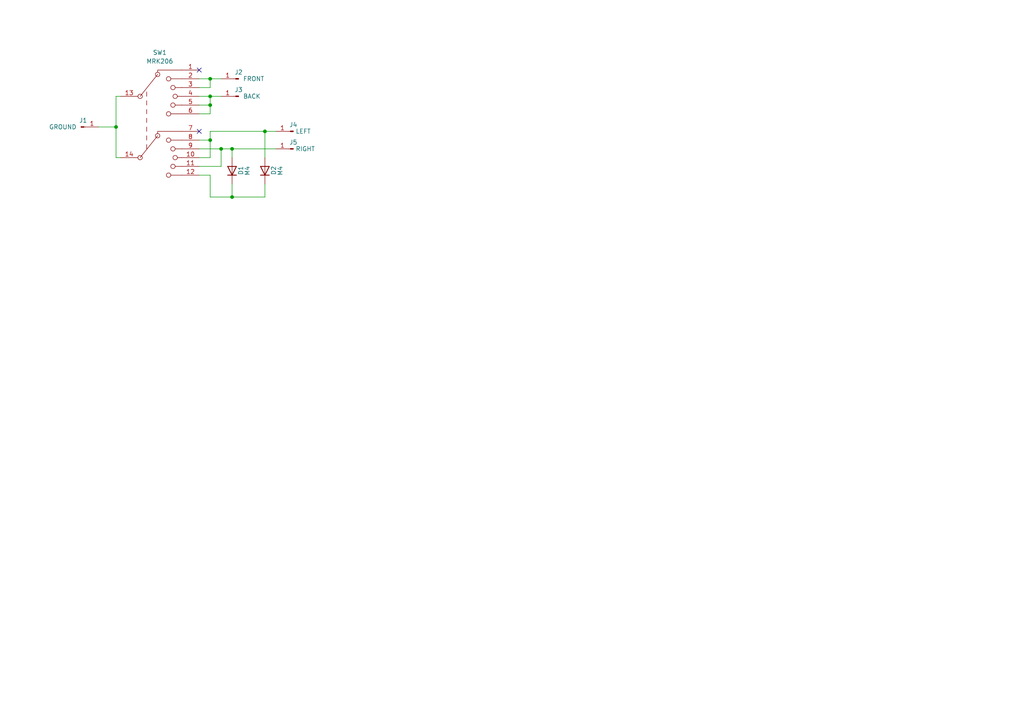
<source format=kicad_sch>
(kicad_sch (version 20211123) (generator eeschema)
  (paper "A4")
  (title_block (title "Drehschalter") (date "2022-12-19") (rev "1"))
  (lib_symbols
    (symbol "Connector:Conn_01x01_Male" (pin_names (offset 1.016) hide)
      (property "Reference" "J" (at 0 2.54 0))
      (property "Value" "Conn_01x01_Male" (at 0 -2.54 0))
      (symbol "Conn_01x01_Male_1_1"
        (polyline (pts (xy 1.27 0) (xy 0.8636 0)) (stroke (width 0.1524)))
        (rectangle (start 0.8636 0.127) (end 0 -0.127) (stroke (width 0.1524)) (fill (type outline)))
        (pin passive line (at 5.08 0 180) (length 3.81) (name "Pin_1") (number "1"))
      )
    )
    (symbol "Device:D" (pin_numbers hide) (pin_names (offset 1.016) hide)
      (property "Reference" "D" (at 0 2.54 0))
      (property "Value" "D" (at 0 -2.54 0))
      (symbol "D_0_1"
        (polyline (pts (xy -1.27 1.27) (xy -1.27 -1.27)) (stroke (width 0.254)))
        (polyline (pts (xy 1.27 0) (xy -1.27 0)))
        (polyline (pts (xy 1.27 1.27) (xy 1.27 -1.27) (xy -1.27 0) (xy 1.27 1.27)) (stroke (width 0.254)))
      )
      (symbol "D_1_1"
        (pin passive line (at -3.81 0 0) (length 2.54) (name "K") (number "1"))
        (pin passive line (at 3.81 0 180) (length 2.54) (name "A") (number "2"))
      )
    )
    (symbol "Switch:SW_Rotary2x6" (pin_names (offset 1.016) hide)
      (property "Reference" "SW" (at 0 17.78 0))
      (property "Value" "SW_Rotary2x6" (at 0 -17.78 0))
      (symbol "SW_Rotary2x6_0_0"
        (circle (center -4.445 -10.16) (radius 0.635))
        (circle (center -4.445 7.62) (radius 0.635))
        (polyline (pts (xy -4.445 -10.16) (xy 0.635 -3.81)))
        (polyline (pts (xy -4.445 7.62) (xy 0.635 13.97)))
        (polyline (pts (xy -2.54 -7.62) (xy -2.54 -6.35)))
        (polyline (pts (xy -2.54 -5.08) (xy -2.54 -3.81)))
        (polyline (pts (xy -2.54 -2.54) (xy -2.54 -1.27)))
        (polyline (pts (xy -2.54 0) (xy -2.54 1.27)))
        (polyline (pts (xy -2.54 2.54) (xy -2.54 3.81)))
        (polyline (pts (xy -2.54 5.08) (xy -2.54 6.35)))
        (polyline (pts (xy -2.54 7.62) (xy -2.54 8.89)))
        (polyline (pts (xy 4.445 -5.08) (xy 7.62 -5.08)))
        (polyline (pts (xy 4.445 12.7) (xy 7.62 12.7)))
        (polyline (pts (xy 5.715 -12.7) (xy 7.62 -12.7)))
        (polyline (pts (xy 5.715 -7.62) (xy 7.62 -7.62)))
        (polyline (pts (xy 5.715 5.08) (xy 7.62 5.08)))
        (polyline (pts (xy 5.715 10.16) (xy 7.62 10.16)))
        (polyline (pts (xy 6.35 -10.16) (xy 7.62 -10.16)))
        (polyline (pts (xy 6.35 7.62) (xy 7.62 7.62)))
        (polyline (pts (xy 7.62 -15.24) (xy 4.445 -15.24)))
        (polyline (pts (xy 7.62 2.54) (xy 4.445 2.54)))
        (polyline (pts (xy 0.635 -3.175) (xy 0.635 -2.54) (xy 7.62 -2.54)))
        (polyline (pts (xy 0.635 14.605) (xy 0.635 15.24) (xy 7.62 15.24)))
        (circle (center 0.635 -3.81) (radius 0.635))
        (circle (center 0.635 13.97) (radius 0.635))
        (circle (center 3.81 -15.24) (radius 0.635))
        (circle (center 3.81 -5.08) (radius 0.635))
        (circle (center 3.81 2.54) (radius 0.635))
        (circle (center 3.81 12.7) (radius 0.635))
        (circle (center 5.08 -12.7) (radius 0.635))
        (circle (center 5.08 -7.62) (radius 0.635))
        (circle (center 5.08 5.08) (radius 0.635))
        (circle (center 5.08 10.16) (radius 0.635))
        (circle (center 5.715 -10.16) (radius 0.635))
        (circle (center 5.715 7.62) (radius 0.635))
      )
      (symbol "SW_Rotary2x6_0_1"
        (pin passive line (at 12.7 15.24 180) (length 5.08) (name "1") (number "1"))
        (pin passive line (at 12.7 -10.16 180) (length 5.08) (name "10") (number "10"))
        (pin passive line (at 12.7 -12.7 180) (length 5.08) (name "11") (number "11"))
        (pin passive line (at 12.7 -15.24 180) (length 5.08) (name "12") (number "12"))
        (pin passive line (at -10.16 7.62 0) (length 5.08) (name "13") (number "13"))
        (pin passive line (at -10.16 -10.16 0) (length 5.08) (name "14") (number "14"))
        (pin passive line (at 12.7 12.7 180) (length 5.08) (name "2") (number "2"))
        (pin passive line (at 12.7 10.16 180) (length 5.08) (name "3") (number "3"))
        (pin passive line (at 12.7 7.62 180) (length 5.08) (name "4") (number "4"))
        (pin passive line (at 12.7 5.08 180) (length 5.08) (name "5") (number "5"))
        (pin passive line (at 12.7 2.54 180) (length 5.08) (name "6") (number "6"))
        (pin passive line (at 12.7 -2.54 180) (length 5.08) (name "7") (number "7"))
        (pin passive line (at 12.7 -5.08 180) (length 5.08) (name "8") (number "8"))
        (pin passive line (at 12.7 -7.62 180) (length 5.08) (name "9") (number "9"))
      )
    )
  )
  (junction (at 60.96 30.48))
  (junction (at 67.31 57.15))
  (junction (at 60.96 40.64))
  (junction (at 33.655 36.83))
  (junction (at 60.96 22.86))
  (junction (at 76.835 38.1))
  (junction (at 60.96 27.94))
  (junction (at 64.135 43.18))
  (junction (at 67.31 43.18))
  (no_connect (at 57.785 20.32))
  (no_connect (at 57.785 38.1))
  (wire (pts (xy 60.96 27.94) (xy 60.96 30.48)))
  (wire (pts (xy 67.31 43.18) (xy 80.01 43.18)))
  (wire (pts (xy 33.655 36.83) (xy 28.575 36.83)))
  (wire (pts (xy 60.96 45.72) (xy 60.96 40.64)))
  (wire (pts (xy 60.96 40.64) (xy 60.96 38.1)))
  (wire (pts (xy 34.925 27.94) (xy 33.655 27.94)))
  (wire (pts (xy 64.135 48.26) (xy 57.785 48.26)))
  (wire (pts (xy 34.925 45.72) (xy 33.655 45.72)))
  (wire (pts (xy 33.655 45.72) (xy 33.655 36.83)))
  (wire (pts (xy 60.96 27.94) (xy 64.135 27.94)))
  (wire (pts (xy 76.835 57.15) (xy 67.31 57.15)))
  (wire (pts (xy 67.31 43.18) (xy 64.135 43.18)))
  (wire (pts (xy 60.96 57.15) (xy 67.31 57.15)))
  (wire (pts (xy 67.31 53.34) (xy 67.31 57.15)))
  (wire (pts (xy 57.785 22.86) (xy 60.96 22.86)))
  (wire (pts (xy 60.96 30.48) (xy 60.96 33.02)))
  (wire (pts (xy 76.835 53.34) (xy 76.835 57.15)))
  (wire (pts (xy 60.96 22.86) (xy 64.135 22.86)))
  (wire (pts (xy 60.96 38.1) (xy 76.835 38.1)))
  (wire (pts (xy 57.785 50.8) (xy 60.96 50.8)))
  (wire (pts (xy 33.655 27.94) (xy 33.655 36.83)))
  (wire (pts (xy 57.785 25.4) (xy 60.96 25.4)))
  (wire (pts (xy 76.835 38.1) (xy 76.835 45.72)))
  (wire (pts (xy 60.96 50.8) (xy 60.96 57.15)))
  (wire (pts (xy 67.31 45.72) (xy 67.31 43.18)))
  (wire (pts (xy 57.785 30.48) (xy 60.96 30.48)))
  (wire (pts (xy 57.785 45.72) (xy 60.96 45.72)))
  (wire (pts (xy 57.785 43.18) (xy 64.135 43.18)))
  (wire (pts (xy 60.96 25.4) (xy 60.96 22.86)))
  (wire (pts (xy 76.835 38.1) (xy 80.01 38.1)))
  (wire (pts (xy 57.785 33.02) (xy 60.96 33.02)))
  (wire (pts (xy 60.96 40.64) (xy 57.785 40.64)))
  (wire (pts (xy 64.135 43.18) (xy 64.135 48.26)))
  (wire (pts (xy 57.785 27.94) (xy 60.96 27.94)))
  (symbol (lib_id "Switch:SW_Rotary2x6") (at 45.085 35.56 0) (unit 1)
    (property "Reference" "SW1" (at 46.355 15.24 0))
    (property "Value" "MRK206" (at 46.355 17.78 0))
    (property "Footprint" "project:MRK206" (effects hide))
    (property "Datasheet" "http://cdn-reichelt.de/documents/datenblatt/C200/DS-Serie%23LOR.pdf" (effects hide))
  )
  (symbol (lib_id "Connector:Conn_01x01_Male") (at 69.215 27.94 180) (unit 1)
    (property "Reference" "J3" (at 69.215 26.035 0))
    (property "Value" "BACK" (at 70.485 27.94 0) (effects (justify right)))
    (property "Footprint" "Connector_Wire:SolderWire-1sqmm_1x01_D1.4mm_OD2.7mm" (effects hide))
  )
  (symbol (lib_id "Connector:Conn_01x01_Male") (at 85.09 38.1 180) (unit 1)
    (property "Reference" "J4" (at 85.09 36.195 0))
    (property "Value" "LEFT" (at 85.725 38.1 0) (effects (justify right)))
    (property "Footprint" "Connector_Wire:SolderWire-1sqmm_1x01_D1.4mm_OD2.7mm" (effects hide))
  )
  (symbol (lib_id "Device:D") (at 76.835 49.53 90) (unit 1)
    (property "Reference" "D2" (at 79.375 50.8 0) (effects (justify left)))
    (property "Value" "M4" (at 81.28 49.53 0))
    (property "Footprint" "Diode_SMD:D_SMA_Handsoldering" (effects hide))
  )
  (symbol (lib_id "Connector:Conn_01x01_Male") (at 85.09 43.18 180) (unit 1)
    (property "Reference" "J5" (at 85.09 41.275 0))
    (property "Value" "RIGHT" (at 85.725 43.18 0) (effects (justify right)))
    (property "Footprint" "Connector_Wire:SolderWire-1sqmm_1x01_D1.4mm_OD2.7mm" (effects hide))
  )
  (symbol (lib_id "Device:D") (at 67.31 49.53 90) (unit 1)
    (property "Reference" "D1" (at 69.85 50.8 0) (effects (justify left)))
    (property "Value" "M4" (at 71.755 49.53 0))
    (property "Footprint" "Diode_SMD:D_SMA_Handsoldering" (effects hide))
  )
  (symbol (lib_id "Connector:Conn_01x01_Male") (at 69.215 22.86 180) (unit 1)
    (property "Reference" "J2" (at 69.215 20.955 0))
    (property "Value" "FRONT" (at 70.485 22.86 0) (effects (justify right)))
    (property "Footprint" "Connector_Wire:SolderWire-1sqmm_1x01_D1.4mm_OD2.7mm" (effects hide))
  )
  (symbol (lib_id "Connector:Conn_01x01_Male") (at 23.495 36.83 0) (unit 1)
    (property "Reference" "J1" (at 24.13 34.925 0))
    (property "Value" "GROUND" (at 22.225 36.83 0) (effects (justify right)))
    (property "Footprint" "Connector_Wire:SolderWire-1sqmm_1x01_D1.4mm_OD2.7mm" (effects hide))
  )
)
</source>
